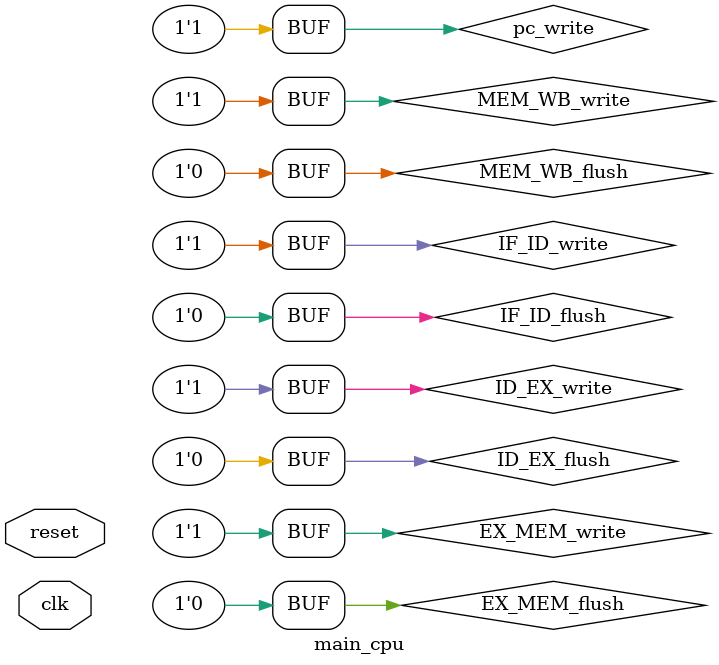
<source format=v>
`timescale 1ns / 1ps

module main_cpu(
	input wire clk,
	input wire reset
);

	// ============================================================
	// IF STAGE
	// ============================================================

	wire [31:0] pc_out;
	reg  [31:0] next_pc;
	wire pc_write = 1'b1;    // hazard unit later

	pc PC_inst(
		.clk(clk),
		.reset(reset),
		.pc_write(pc_write),
		.next_pc(next_pc),
		.pc_out(pc_out)
	);

	wire [31:0] instr;

	instr_mem IMEM_inst(
		.addr(pc_out),
		.instr(instr)
	);


	// ============================================================
	// IF/ID PIPELINE REGISTER
	// ============================================================

	wire [31:0] IF_ID_pc, IF_ID_instr;

	wire IF_ID_flush = 1'b0;   // later: branch flush
	wire IF_ID_write = 1'b1;   // later: stall

	IF_ID IF_ID_inst(
		.clk(clk),
		.reset(reset),
		.flush(IF_ID_flush),
		.write_enable(IF_ID_write),
		.pc_in(pc_out),
		.instr_in(instr),
		.pc_out(IF_ID_pc),
		.instr_out(IF_ID_instr)
	);


	// ============================================================
	// ID STAGE
	// ============================================================

	wire [4:0] ID_rs1, ID_rs2, ID_rd;
	wire [2:0] ID_funct3;
	wire [6:0] ID_funct7;
	wire [31:0] ID_imm;

	wire [4:0] ID_alu_op;
	wire ID_alu_src;
	wire ID_reg_write, ID_mem_read, ID_mem_write;
	wire ID_is_branch, ID_is_jump;
	wire [1:0] ID_wb_sel;

	wire [31:0] ID_rs1_data, ID_rs2_data;

	instr_decode DEC_inst(
		.instr(IF_ID_instr),
		.opcode(),  // not needed separately
		.rd(ID_rd),
		.rs1(ID_rs1),
		.rs2(ID_rs2),
		.funct3(ID_funct3),
		.funct7(ID_funct7),
		.imm(ID_imm),
		.alu_op(ID_alu_op),
		.alu_src(ID_alu_src),
		.reg_write(ID_reg_write),
		.mem_read(ID_mem_read),
		.mem_write(ID_mem_write),
		.is_branch(ID_is_branch),
		.is_jump(ID_is_jump),
		.wb_sel(ID_wb_sel),
		.mem_size(),
		.mem_signed(),
		.illegal()
	);

	// -------- Register File --------
	wire [31:0] WB_data;
	wire WB_reg_write;
	wire [4:0] WB_rd;

	regfile RF_inst(
		.clk(clk),
		.reset(reset),
		.reg_write(WB_reg_write),
		.rd(WB_rd),
		.rs1(ID_rs1),
		.rs2(ID_rs2),
		.write_data(WB_data),
		.rs1_data(ID_rs1_data),
		.rs2_data(ID_rs2_data)
	);


	// ============================================================
	// ID/EX PIPELINE REGISTER
	// ============================================================

	wire [31:0] ID_EX_pc, ID_EX_rs1, ID_EX_rs2, ID_EX_imm;
	wire [4:0] ID_EX_rs1_addr, ID_EX_rs2_addr, ID_EX_rd;
	wire [4:0] ID_EX_alu_op;
	wire ID_EX_alu_src, ID_EX_is_branch, ID_EX_is_jump;
	wire [2:0] ID_EX_funct3;
	wire ID_EX_reg_write, ID_EX_mem_read, ID_EX_mem_write;
	wire [1:0]  ID_EX_wb_sel;

	wire ID_EX_flush = 1'b0;
	wire ID_EX_write = 1'b1;

	ID_EX ID_EX_inst(
		.clk(clk),
		.reset(reset),
		.flush(ID_EX_flush),
		.write_enable(ID_EX_write),

		.pc_in(IF_ID_pc),
		.rs1_data_in(ID_rs1_data),
		.rs2_data_in(ID_rs2_data),
		.imm_in(ID_imm),

		.rs1_in(ID_rs1),
		.rs2_in(ID_rs2),
		.rd_in(ID_rd),

		.alu_op_in(ID_alu_op),
		.alu_src_in(ID_alu_src),
		.is_branch_in(ID_is_branch),
		.is_jump_in(ID_is_jump),
		.funct3_in(ID_funct3),

		.mem_read_in(ID_mem_read),
		.mem_write_in(ID_mem_write),
		.wb_sel_in(ID_wb_sel),
		.reg_write_in(ID_reg_write),

		.pc_out(ID_EX_pc),
		.rs1_data_out(ID_EX_rs1),
		.rs2_data_out(ID_EX_rs2),
		.imm_out(ID_EX_imm),
		.rs1_out(ID_EX_rs1_addr),
		.rs2_out(ID_EX_rs2_addr),
		.rd_out(ID_EX_rd),

		.alu_op_out(ID_EX_alu_op),
		.alu_src_out(ID_EX_alu_src),
		.is_branch_out(ID_EX_is_branch),
		.is_jump_out(ID_EX_is_jump),
		.funct3_out(ID_EX_funct3),

		.mem_read_out(ID_EX_mem_read),
		.mem_write_out(ID_EX_mem_write),
		.wb_sel_out(ID_EX_wb_sel),
		.reg_write_out(ID_EX_reg_write)
	);


	// ============================================================
	// EX STAGE (with forwarding added)
	// ============================================================

	// ---------- Forwarding Wires ----------
	wire [1:0] ForwardA, ForwardB;

	// forwarded ALU operands
	reg [31:0] EX_rs1_fwd;
	reg [31:0] EX_rs2_fwd;

	// ---------- Forwarding Unit ----------
	forwarding_unit FU_inst(
		.ID_EX_rs1(ID_EX_rs1_addr),
		.ID_EX_rs2(ID_EX_rs2_addr),

		.EX_MEM_reg_write(EX_MEM_reg_write),
		.EX_MEM_rd(EX_MEM_rd),

		.MEM_WB_reg_write(MEM_WB_reg_write),
		.MEM_WB_rd(MEM_WB_rd),

		.forwardA(ForwardA),
		.forwardB(ForwardB)
	);


	// ---------- Forwarding Muxes ----------
	always @(*) begin

	// Forwarding for RS1
	case (ForwardA)
		2'b00: EX_rs1_fwd = ID_EX_rs1;    // from ID/EX
		2'b01: EX_rs1_fwd = EX_MEM_alu;   // from EX/MEM
		2'b10: EX_rs1_fwd = WB_data;      // from MEM/WB
		default: EX_rs1_fwd = ID_EX_rs1;
	endcase

	// Forwarding for RS2
	case (ForwardB)
		2'b00: EX_rs2_fwd = ID_EX_rs2;
		2'b01: EX_rs2_fwd = EX_MEM_alu;
		2'b10: EX_rs2_fwd = WB_data;
		default: EX_rs2_fwd = ID_EX_rs2;
	endcase
	end


	// ---------- EX Top ----------
	wire [31:0] EX_alu_result;
	wire EX_branch_taken;
	wire [31:0] EX_branch_target;

	EX_top EX_inst(
		.pc(ID_EX_pc),
		.rs1_data(EX_rs1_fwd),
		.rs2_data(EX_rs2_fwd),
		.imm(ID_EX_imm),
		.alu_op(ID_EX_alu_op),
		.alu_src(ID_EX_alu_src),
		.is_branch(ID_EX_is_branch),
		.is_jump(ID_EX_is_jump),
		.funct3(ID_EX_funct3),

		.alu_result(EX_alu_result),
		.is_branch_taken(EX_branch_taken),
		.branch_target(EX_branch_target)
	);



	// ============================================================
	// EX/MEM PIPELINE REGISTER
	// ============================================================

	wire [31:0] EX_MEM_pc, EX_MEM_rs2, EX_MEM_alu, EX_MEM_branch_target;
	wire EX_MEM_taken, EX_MEM_is_branch, EX_MEM_is_jump;
	wire EX_MEM_mem_read, EX_MEM_mem_write;
	wire [1:0] EX_MEM_wb_sel;
	wire EX_MEM_reg_write;
	wire [4:0] EX_MEM_rd;

	wire EX_MEM_flush = 1'b0;
	wire EX_MEM_write = 1'b1;

	EX_MEM EX_MEM_inst(
		.clk(clk),
		.reset(reset),
		.flush(EX_MEM_flush),
		.write_enable(EX_MEM_write),

		.pc_in(ID_EX_pc),
		.rs2_data_in(EX_rs2_fwd),
		.alu_result_in(EX_alu_result),

		.branch_target_in(EX_branch_target),
		.is_branch_taken_in(EX_branch_taken),

		.is_branch_in(ID_EX_is_branch),
		.is_jump_in(ID_EX_is_jump),

		.mem_read_in(ID_EX_mem_read),
		.mem_write_in(ID_EX_mem_write),
		.wb_sel_in(ID_EX_wb_sel),
		.reg_write_in(ID_EX_reg_write),
		.rd_in(ID_EX_rd),

		.pc_out(EX_MEM_pc),
		.rs2_data_out(EX_MEM_rs2),
		.alu_result_out(EX_MEM_alu),
		.branch_target_out(EX_MEM_branch_target),
		.is_branch_taken_out(EX_MEM_taken),
		.is_branch_out(EX_MEM_is_branch),
		.is_jump_out(EX_MEM_is_jump),

		.mem_read_out(EX_MEM_mem_read),
		.mem_write_out(EX_MEM_mem_write),
		.wb_sel_out(EX_MEM_wb_sel),
		.reg_write_out(EX_MEM_reg_write),
		.rd_out(EX_MEM_rd)
	);


	// ============================================================
	// MEM STAGE
	// ============================================================

	wire [31:0] MEM_data_out;

	MEM_top #(.mem_size(2048)) DMEM_inst(
		.clk(clk),
		.mem_read(EX_MEM_mem_read),
		.mem_write(EX_MEM_mem_write),
		.alu_result(EX_MEM_alu),
		.rs2_data(EX_MEM_rs2),
		.mem_data_out(MEM_data_out)
	);


	// ============================================================
	// MEM/WB PIPELINE REGISTER
	// ============================================================

	wire [31:0] MEM_WB_alu, MEM_WB_mem;
	wire        MEM_WB_reg_write;
	wire [1:0]  MEM_WB_wb_sel;
	wire [4:0]  MEM_WB_rd;

	wire MEM_WB_flush = 1'b0;
	wire MEM_WB_write = 1'b1;

	MEM_WB MEM_WB_inst(
		.clk(clk),
		.reset(reset),
		.flush(MEM_WB_flush),
		.write_enable(MEM_WB_write),

		.alu_result_in(EX_MEM_alu),
		.mem_data_in(MEM_data_out),

		.wb_sel_in(EX_MEM_wb_sel),
		.reg_write_in(EX_MEM_reg_write),
		.rd_in(EX_MEM_rd),

		.alu_result_out(MEM_WB_alu),
		.mem_data_out(MEM_WB_mem),
		.wb_sel_out(MEM_WB_wb_sel),
		.reg_write_out(MEM_WB_reg_write),
		.rd_out(MEM_WB_rd)
	);


	// ============================================================
	// WB STAGE
	// ============================================================

	WB_top WB_inst(
		.wb_sel(MEM_WB_wb_sel),
		.alu_result(MEM_WB_alu),
		.mem_data_out(MEM_WB_mem),
		.pc_plus_4(EX_MEM_pc + 4),   // alternative: carry PC+4 in ID/EX
		.wb_data(WB_data)
	);

	assign WB_rd = MEM_WB_rd;
	assign WB_reg_write = MEM_WB_reg_write;


	// ============================================================
	// NEXT PC LOGIC
	// ============================================================

	always @(*) begin
		if (EX_MEM_taken)
			next_pc = EX_MEM_branch_target;
		else
			next_pc = pc_out + 4;
	end

endmodule

</source>
